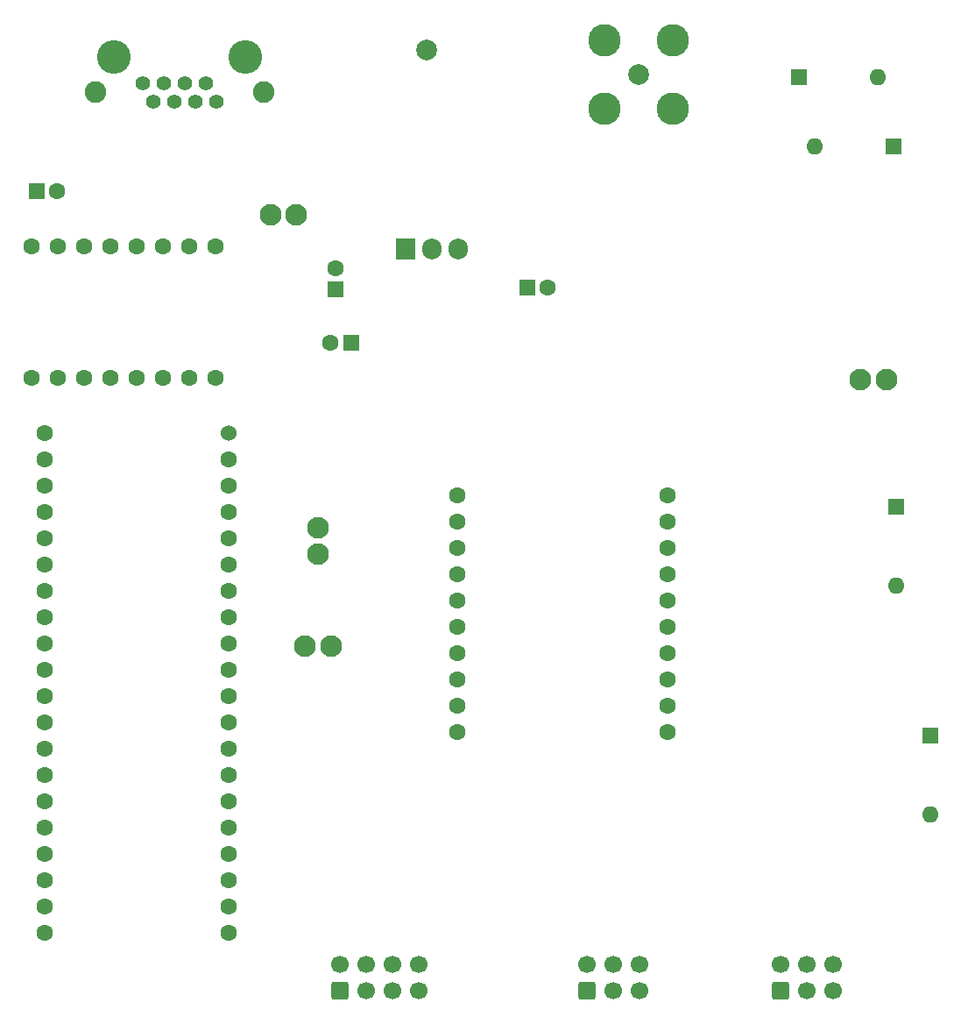
<source format=gbs>
G04 #@! TF.GenerationSoftware,KiCad,Pcbnew,7.0.1-3b83917a11~172~ubuntu22.04.1*
G04 #@! TF.CreationDate,2023-04-08T12:41:57-04:00*
G04 #@! TF.ProjectId,magloop_pico,6d61676c-6f6f-4705-9f70-69636f2e6b69,1.0*
G04 #@! TF.SameCoordinates,Original*
G04 #@! TF.FileFunction,Soldermask,Bot*
G04 #@! TF.FilePolarity,Negative*
%FSLAX46Y46*%
G04 Gerber Fmt 4.6, Leading zero omitted, Abs format (unit mm)*
G04 Created by KiCad (PCBNEW 7.0.1-3b83917a11~172~ubuntu22.04.1) date 2023-04-08 12:41:57*
%MOMM*%
%LPD*%
G01*
G04 APERTURE LIST*
G04 Aperture macros list*
%AMRoundRect*
0 Rectangle with rounded corners*
0 $1 Rounding radius*
0 $2 $3 $4 $5 $6 $7 $8 $9 X,Y pos of 4 corners*
0 Add a 4 corners polygon primitive as box body*
4,1,4,$2,$3,$4,$5,$6,$7,$8,$9,$2,$3,0*
0 Add four circle primitives for the rounded corners*
1,1,$1+$1,$2,$3*
1,1,$1+$1,$4,$5*
1,1,$1+$1,$6,$7*
1,1,$1+$1,$8,$9*
0 Add four rect primitives between the rounded corners*
20,1,$1+$1,$2,$3,$4,$5,0*
20,1,$1+$1,$4,$5,$6,$7,0*
20,1,$1+$1,$6,$7,$8,$9,0*
20,1,$1+$1,$8,$9,$2,$3,0*%
G04 Aperture macros list end*
%ADD10C,2.000000*%
%ADD11R,1.600000X1.600000*%
%ADD12O,1.600000X1.600000*%
%ADD13RoundRect,0.250000X0.600000X-0.600000X0.600000X0.600000X-0.600000X0.600000X-0.600000X-0.600000X0*%
%ADD14C,1.700000*%
%ADD15C,1.600000*%
%ADD16R,1.905000X2.000000*%
%ADD17O,1.905000X2.000000*%
%ADD18C,1.524000*%
%ADD19C,2.100000*%
%ADD20C,3.251200*%
%ADD21C,1.397000*%
%ADD22C,2.082800*%
%ADD23C,3.126000*%
G04 APERTURE END LIST*
D10*
X133477000Y-53706000D03*
D11*
X169418000Y-56261000D03*
D12*
X177038000Y-56261000D03*
D11*
X178562000Y-62992000D03*
D12*
X170942000Y-62992000D03*
D11*
X182118000Y-119888000D03*
D12*
X182118000Y-127508000D03*
D13*
X125095000Y-144516500D03*
D14*
X125095000Y-141976500D03*
X127635000Y-144516500D03*
X127635000Y-141976500D03*
X130175000Y-144516500D03*
X130175000Y-141976500D03*
X132715000Y-144516500D03*
X132715000Y-141976500D03*
D15*
X136398000Y-96647000D03*
X136398000Y-99187000D03*
X136398000Y-101727000D03*
X136398000Y-104267000D03*
X136398000Y-106807000D03*
X136398000Y-109347000D03*
X136398000Y-111887000D03*
X136398000Y-114427000D03*
X136398000Y-116967000D03*
X136398000Y-119507000D03*
X156718000Y-119507000D03*
X156718000Y-116967000D03*
X156718000Y-114427000D03*
X156718000Y-111887000D03*
X156718000Y-109347000D03*
X156718000Y-106807000D03*
X156718000Y-104267000D03*
X156718000Y-101727000D03*
X156718000Y-99187000D03*
X156718000Y-96647000D03*
D11*
X178825000Y-97765000D03*
D12*
X178825000Y-105385000D03*
D11*
X124625000Y-76775000D03*
D15*
X124625000Y-74775000D03*
D16*
X131445000Y-72924000D03*
D17*
X133985000Y-72924000D03*
X136525000Y-72924000D03*
D11*
X143189888Y-76581000D03*
D15*
X145189888Y-76581000D03*
D11*
X126177113Y-81915000D03*
D15*
X124177113Y-81915000D03*
D13*
X148966000Y-144516500D03*
D14*
X148966000Y-141976500D03*
X151506000Y-144516500D03*
X151506000Y-141976500D03*
X154046000Y-144516500D03*
X154046000Y-141976500D03*
D15*
X96520000Y-90678000D03*
X96520000Y-93218000D03*
X96520000Y-95758000D03*
X96520000Y-98298000D03*
X96520000Y-100838000D03*
X96520000Y-103378000D03*
X96520000Y-105918000D03*
X96520000Y-108458000D03*
X96520000Y-110998000D03*
X96520000Y-113538000D03*
X96520000Y-116078000D03*
X96520000Y-118618000D03*
X96520000Y-121158000D03*
X96520000Y-123698000D03*
X96520000Y-126238000D03*
X96520000Y-128778000D03*
X96520000Y-131318000D03*
X96520000Y-133858000D03*
X96520000Y-136398000D03*
X96520000Y-138938000D03*
X114300000Y-138938000D03*
X114300000Y-136398000D03*
X114300000Y-133858000D03*
X114300000Y-131318000D03*
X114300000Y-128778000D03*
X114300000Y-126238000D03*
X114300000Y-123698000D03*
X114300000Y-121158000D03*
X114300000Y-118618000D03*
X114300000Y-116078000D03*
X114300000Y-113538000D03*
X114300000Y-110998000D03*
X114300000Y-108458000D03*
X114300000Y-105918000D03*
X114300000Y-103378000D03*
X114300000Y-100838000D03*
X114300000Y-98298000D03*
X114300000Y-95758000D03*
X114300000Y-93218000D03*
D18*
X114300000Y-90678000D03*
D11*
X95758000Y-67310000D03*
D15*
X97758000Y-67310000D03*
D19*
X124225000Y-111250000D03*
X121725000Y-111250000D03*
D15*
X113025000Y-72650000D03*
X110485000Y-72650000D03*
X107945000Y-72650000D03*
X105405000Y-72650000D03*
X102865000Y-72650000D03*
X100325000Y-72650000D03*
X97785000Y-72650000D03*
X95245000Y-72650000D03*
X95245000Y-85350000D03*
X97785000Y-85350000D03*
X100325000Y-85350000D03*
X102865000Y-85350000D03*
X105405000Y-85350000D03*
X107945000Y-85350000D03*
X110485000Y-85350000D03*
X113025000Y-85350000D03*
D13*
X167640000Y-144526000D03*
D14*
X167640000Y-141986000D03*
X170180000Y-144526000D03*
X170180000Y-141986000D03*
X172720000Y-144526000D03*
X172720000Y-141986000D03*
D20*
X103233416Y-54309118D03*
X115933416Y-54309118D03*
D21*
X106027416Y-56849118D03*
X107043416Y-58627118D03*
X108059416Y-56849118D03*
X109075416Y-58627118D03*
X110091416Y-56849118D03*
X111107416Y-58627118D03*
X112123416Y-56849118D03*
X113139416Y-58627118D03*
D22*
X101455416Y-57738118D03*
X117711416Y-57738118D03*
D10*
X153924000Y-56007000D03*
D23*
X157224000Y-59307000D03*
X150624000Y-59307000D03*
X157224000Y-52707000D03*
X150624000Y-52707000D03*
D19*
X122941000Y-102338000D03*
X122941000Y-99838000D03*
X118388000Y-69601000D03*
X120888000Y-69601000D03*
X175411000Y-85512500D03*
X177911000Y-85512500D03*
M02*

</source>
